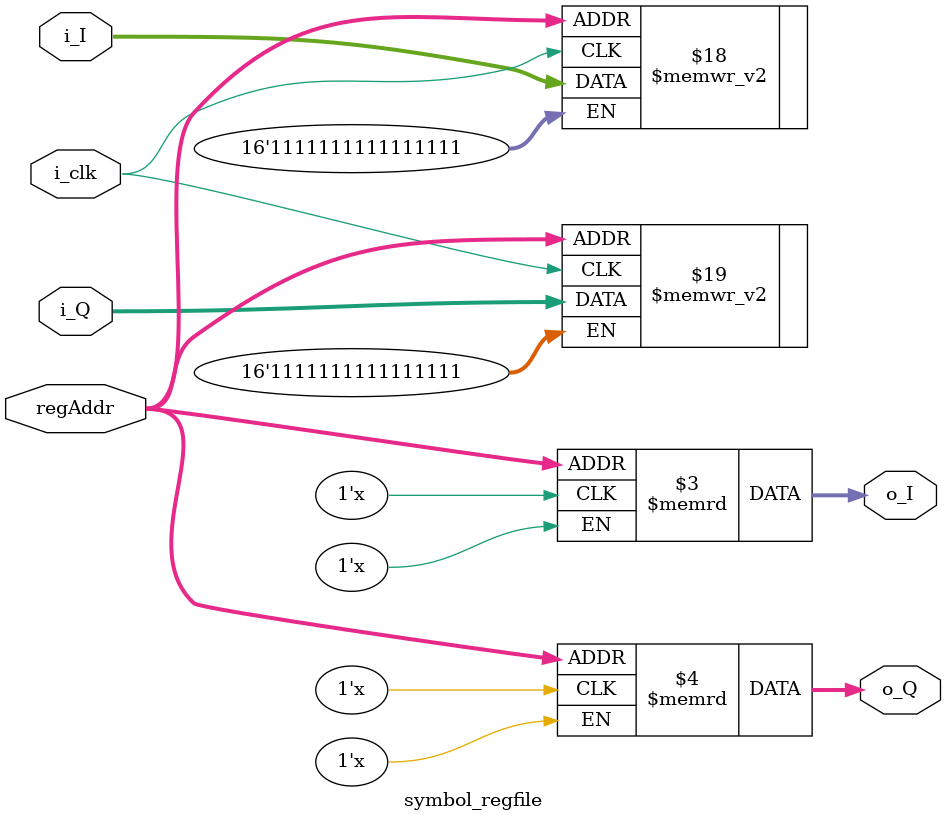
<source format=v>
`timescale 1ns / 1ps


module symbol_regfile #(parameter DATA_WIDTH = 16, parameter REG_BANK_ADDR = 8, parameter REG_BANK_LENGTH = 137)
(
    input i_clk,
    input [DATA_WIDTH-1:0] i_I,
    input [DATA_WIDTH-1:0] i_Q,
    input [REG_BANK_ADDR-1:0] regAddr,
    output  [DATA_WIDTH-1:0] o_I,
    output  [DATA_WIDTH-1:0] o_Q
);

reg [DATA_WIDTH-1:0] r_registerBank_I [REG_BANK_LENGTH-1:0];
reg [DATA_WIDTH-1:0] r_registerBank_Q [REG_BANK_LENGTH-1:0];

assign o_I = r_registerBank_I[regAddr];
assign o_Q = r_registerBank_Q[regAddr];

always@(posedge i_clk)
begin
        r_registerBank_I[regAddr] <= i_I;
        r_registerBank_Q[regAddr] <= i_Q;
end
endmodule

</source>
